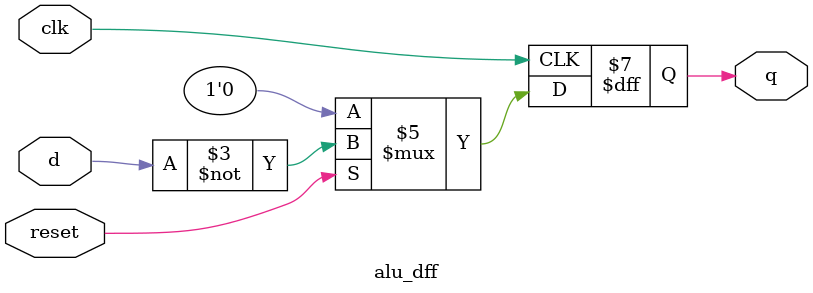
<source format=sv>
module alu_dff
(input clk,reset,d,
output reg q);
always@(posedge clk)
begin
if(!reset)
	q<=0;
else
	q<=~d;
end
endmodule
</source>
